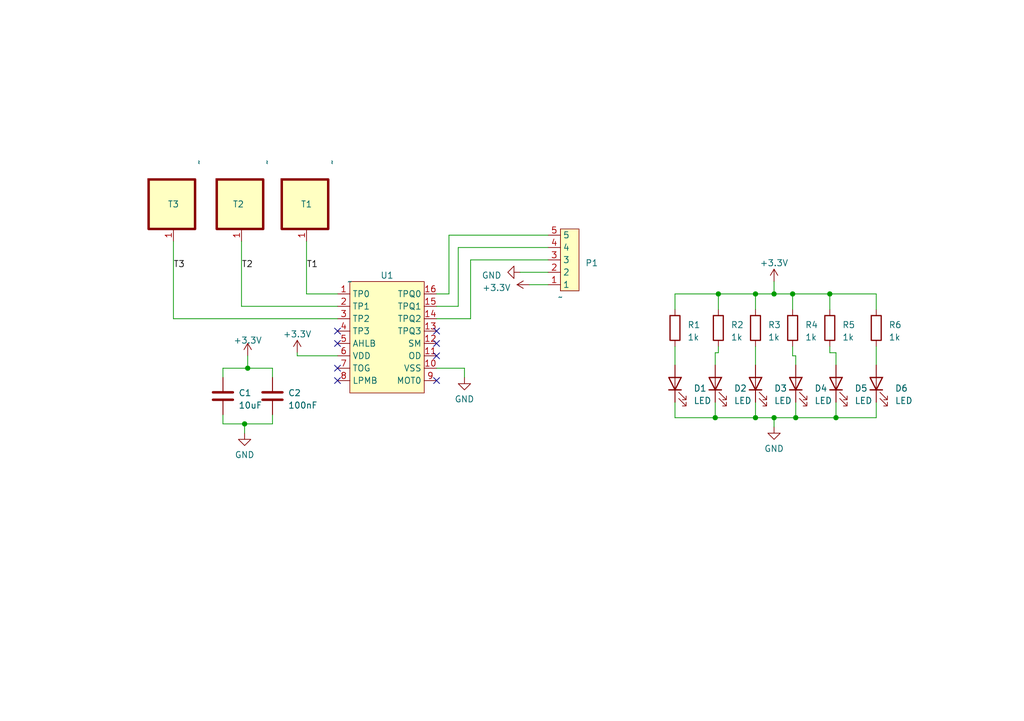
<source format=kicad_sch>
(kicad_sch (version 20230121) (generator eeschema)
  (paper "A5")
  (lib_symbols
    (symbol "Device:C" (pin_numbers hide) (pin_names (offset 0.254))
      (property "Reference" "C" (at 0.635 2.54 0))
      (property "Value" "C" (at 0.635 -2.54 0))
      (symbol "C_0_1"
        (polyline (pts (xy -2.032 -0.762) (xy 2.032 -0.762)) (stroke (width 0.508)))
        (polyline (pts (xy -2.032 0.762) (xy 2.032 0.762)) (stroke (width 0.508)))
      )
      (symbol "C_1_1"
        (pin passive line (at 0 3.81 270) (length 2.794) (name "~") (number "1"))
        (pin passive line (at 0 -3.81 90) (length 2.794) (name "~") (number "2"))
      )
    )
    (symbol "Device:LED" (pin_numbers hide) (pin_names (offset 1.016) hide)
      (property "Reference" "D" (at 0 2.54 0))
      (property "Value" "LED" (at 0 -2.54 0))
      (symbol "LED_0_1"
        (polyline (pts (xy -1.27 -1.27) (xy -1.27 1.27)) (stroke (width 0.254)))
        (polyline (pts (xy -1.27 0) (xy 1.27 0)))
        (polyline (pts (xy 1.27 -1.27) (xy 1.27 1.27) (xy -1.27 0) (xy 1.27 -1.27)) (stroke (width 0.254)))
        (polyline (pts (xy -3.048 -0.762) (xy -4.572 -2.286) (xy -3.81 -2.286) (xy -4.572 -2.286) (xy -4.572 -1.524)))
        (polyline (pts (xy -1.778 -0.762) (xy -3.302 -2.286) (xy -2.54 -2.286) (xy -3.302 -2.286) (xy -3.302 -1.524)))
      )
      (symbol "LED_1_1"
        (pin passive line (at -3.81 0 0) (length 2.54) (name "K") (number "1"))
        (pin passive line (at 3.81 0 180) (length 2.54) (name "A") (number "2"))
      )
    )
    (symbol "Device:R" (pin_numbers hide) (pin_names (offset 0))
      (property "Reference" "R" (at 2.032 0 90))
      (property "Value" "R" (at 0 0 90))
      (symbol "R_0_1"
        (rectangle (start -1.016 -2.54) (end 1.016 2.54) (stroke (width 0.254)))
      )
      (symbol "R_1_1"
        (pin passive line (at 0 3.81 270) (length 1.27) (name "~") (number "1"))
        (pin passive line (at 0 -3.81 90) (length 1.27) (name "~") (number "2"))
      )
    )
    (symbol "IVS_symbols:SOCKET_1x5"
      (property "Reference" "P?" (at 1.27 13.97 0))
      (symbol "SOCKET_1x5_1_1"
        (rectangle (start 0 12.7) (end 3.81 0) (fill (type background)))
        (pin bidirectional line (at 6.35 11.43 180) (length 2.54) (name "1") (number "1"))
        (pin bidirectional line (at 6.35 8.89 180) (length 2.54) (name "2") (number "2"))
        (pin bidirectional line (at 6.35 6.35 180) (length 2.54) (name "3") (number "3"))
        (pin bidirectional line (at 6.35 3.81 180) (length 2.54) (name "4") (number "4"))
        (pin bidirectional line (at 6.35 1.27 180) (length 2.54) (name "5") (number "5"))
      )
    )
    (symbol "IVS_symbols:TTP224N-BSB"
      (property "Reference" "U?" (at 2.54 25.4 0))
      (symbol "TTP224N-BSB_1_1"
        (rectangle (start 0 22.86) (end 15.24 0) (fill (type background)))
        (pin bidirectional line (at -2.54 20.32 0) (length 2.54) (name "TP0") (number "1"))
        (pin power_in line (at 17.78 5.08 180) (length 2.54) (name "VSS") (number "10"))
        (pin input line (at 17.78 7.62 180) (length 2.54) (name "OD") (number "11"))
        (pin input line (at 17.78 10.16 180) (length 2.54) (name "SM") (number "12"))
        (pin output line (at 17.78 12.7 180) (length 2.54) (name "TPQ3") (number "13"))
        (pin output line (at 17.78 15.24 180) (length 2.54) (name "TPQ2") (number "14"))
        (pin output line (at 17.78 17.78 180) (length 2.54) (name "TPQ1") (number "15"))
        (pin output line (at 17.78 20.32 180) (length 2.54) (name "TPQ0") (number "16"))
        (pin bidirectional line (at -2.54 17.78 0) (length 2.54) (name "TP1") (number "2"))
        (pin bidirectional line (at -2.54 15.24 0) (length 2.54) (name "TP2") (number "3"))
        (pin bidirectional line (at -2.54 12.7 0) (length 2.54) (name "TP3") (number "4"))
        (pin input line (at -2.54 10.16 0) (length 2.54) (name "AHLB") (number "5"))
        (pin power_in line (at -2.54 7.62 0) (length 2.54) (name "VDD") (number "6"))
        (pin input line (at -2.54 5.08 0) (length 2.54) (name "TOG") (number "7"))
        (pin input line (at -2.54 2.54 0) (length 2.54) (name "LPMB") (number "8"))
        (pin input line (at 17.78 2.54 180) (length 2.54) (name "MOT0") (number "9"))
      )
    )
    (symbol "IVS_symbols:TouchPad"
      (property "Reference" "T?" (at 4.826 4.826 0))
      (symbol "TouchPad_1_1"
        (rectangle (start 0 9.525) (end 10.16 0) (stroke (width 0.5)) (fill (type background)))
        (pin output line (at 12.7 5.08 180) (length 2.54) (name "") (number "1"))
      )
    )
    (symbol "power:+3.3V" (power) (pin_names (offset 0))
      (property "Value" "+3.3V" (at 0 3.556 0))
      (symbol "+3.3V_0_1"
        (polyline (pts (xy -0.762 1.27) (xy 0 2.54)))
        (polyline (pts (xy 0 0) (xy 0 2.54)))
        (polyline (pts (xy 0 2.54) (xy 0.762 1.27)))
      )
      (symbol "+3.3V_1_1"
        (pin power_in line (at 0 0 90) (length 0) hide (name "+3.3V") (number "1"))
      )
    )
    (symbol "power:GND" (power) (pin_names (offset 0))
      (property "Value" "GND" (at 0 -3.81 0))
      (symbol "GND_0_1"
        (polyline (pts (xy 0 0) (xy 0 -1.27) (xy 1.27 -1.27) (xy 0 -2.54) (xy -1.27 -1.27) (xy 0 -1.27)))
      )
      (symbol "GND_1_1"
        (pin power_in line (at 0 0 270) (length 0) hide (name "GND") (number "1"))
      )
    )
  )
  (junction (at 50.165 86.995))
  (junction (at 50.8 75.565))
  (junction (at 170.18 60.325))
  (junction (at 146.685 85.725))
  (junction (at 162.56 60.325))
  (junction (at 154.94 60.325))
  (junction (at 163.195 85.725))
  (junction (at 147.32 60.325))
  (junction (at 158.75 85.725))
  (junction (at 171.45 85.725))
  (junction (at 154.94 85.725))
  (junction (at 158.75 60.325))
  (no_connect (at 89.535 67.945))
  (no_connect (at 69.215 70.485))
  (no_connect (at 89.535 78.105))
  (no_connect (at 69.215 67.945))
  (no_connect (at 69.215 78.105))
  (no_connect (at 69.215 75.565))
  (no_connect (at 89.535 73.025))
  (no_connect (at 89.535 70.485))
  (wire (pts (xy 163.195 85.725) (xy 158.75 85.725)))
  (wire (pts (xy 45.72 77.47) (xy 45.72 75.565)))
  (wire (pts (xy 60.96 73.025) (xy 60.96 72.39)))
  (wire (pts (xy 106.68 55.88) (xy 112.395 55.88)))
  (wire (pts (xy 163.195 73.025) (xy 163.195 74.93)))
  (wire (pts (xy 45.72 75.565) (xy 50.8 75.565)))
  (wire (pts (xy 96.52 53.34) (xy 96.52 65.405)))
  (wire (pts (xy 158.75 85.725) (xy 154.94 85.725)))
  (wire (pts (xy 146.685 82.55) (xy 146.685 85.725)))
  (wire (pts (xy 179.705 82.55) (xy 179.705 85.725)))
  (wire (pts (xy 147.32 60.325) (xy 154.94 60.325)))
  (wire (pts (xy 171.45 72.39) (xy 171.45 74.93)))
  (wire (pts (xy 92.075 60.325) (xy 92.075 48.26)))
  (wire (pts (xy 179.705 63.5) (xy 179.705 60.325)))
  (wire (pts (xy 95.25 75.565) (xy 95.25 77.47)))
  (wire (pts (xy 60.96 73.025) (xy 69.215 73.025)))
  (wire (pts (xy 45.72 86.995) (xy 50.165 86.995)))
  (wire (pts (xy 50.165 86.995) (xy 50.165 88.9)))
  (wire (pts (xy 89.535 60.325) (xy 92.075 60.325)))
  (wire (pts (xy 112.395 53.34) (xy 96.52 53.34)))
  (wire (pts (xy 163.195 85.725) (xy 171.45 85.725)))
  (wire (pts (xy 35.56 49.53) (xy 35.56 65.405)))
  (wire (pts (xy 55.88 86.995) (xy 50.165 86.995)))
  (wire (pts (xy 96.52 65.405) (xy 89.535 65.405)))
  (wire (pts (xy 154.94 60.325) (xy 154.94 63.5)))
  (wire (pts (xy 170.18 60.325) (xy 179.705 60.325)))
  (wire (pts (xy 49.53 62.865) (xy 69.215 62.865)))
  (wire (pts (xy 179.705 85.725) (xy 171.45 85.725)))
  (wire (pts (xy 35.56 65.405) (xy 69.215 65.405)))
  (wire (pts (xy 163.195 82.55) (xy 163.195 85.725)))
  (wire (pts (xy 50.8 73.025) (xy 50.8 75.565)))
  (wire (pts (xy 179.705 71.12) (xy 179.705 74.93)))
  (wire (pts (xy 49.53 49.53) (xy 49.53 62.865)))
  (wire (pts (xy 92.075 48.26) (xy 112.395 48.26)))
  (wire (pts (xy 170.18 72.39) (xy 171.45 72.39)))
  (wire (pts (xy 158.75 60.325) (xy 158.75 57.785)))
  (wire (pts (xy 146.685 85.725) (xy 154.94 85.725)))
  (wire (pts (xy 93.98 50.8) (xy 93.98 62.865)))
  (wire (pts (xy 55.88 85.09) (xy 55.88 86.995)))
  (wire (pts (xy 62.865 60.325) (xy 69.215 60.325)))
  (wire (pts (xy 45.72 85.09) (xy 45.72 86.995)))
  (wire (pts (xy 170.18 60.325) (xy 170.18 63.5)))
  (wire (pts (xy 55.88 77.47) (xy 55.88 75.565)))
  (wire (pts (xy 89.535 75.565) (xy 95.25 75.565)))
  (wire (pts (xy 171.45 82.55) (xy 171.45 85.725)))
  (wire (pts (xy 93.98 62.865) (xy 89.535 62.865)))
  (wire (pts (xy 55.88 75.565) (xy 50.8 75.565)))
  (wire (pts (xy 170.18 71.12) (xy 170.18 72.39)))
  (wire (pts (xy 138.43 63.5) (xy 138.43 60.325)))
  (wire (pts (xy 147.32 71.12) (xy 147.32 72.39)))
  (wire (pts (xy 138.43 85.725) (xy 146.685 85.725)))
  (wire (pts (xy 112.395 50.8) (xy 93.98 50.8)))
  (wire (pts (xy 154.94 60.325) (xy 158.75 60.325)))
  (wire (pts (xy 154.94 82.55) (xy 154.94 85.725)))
  (wire (pts (xy 158.75 60.325) (xy 162.56 60.325)))
  (wire (pts (xy 162.56 63.5) (xy 162.56 60.325)))
  (wire (pts (xy 112.395 58.42) (xy 108.585 58.42)))
  (wire (pts (xy 138.43 82.55) (xy 138.43 85.725)))
  (wire (pts (xy 138.43 60.325) (xy 147.32 60.325)))
  (wire (pts (xy 147.32 72.39) (xy 146.685 72.39)))
  (wire (pts (xy 147.32 63.5) (xy 147.32 60.325)))
  (wire (pts (xy 146.685 72.39) (xy 146.685 74.93)))
  (wire (pts (xy 154.94 71.12) (xy 154.94 74.93)))
  (wire (pts (xy 158.75 85.725) (xy 158.75 87.63)))
  (wire (pts (xy 138.43 71.12) (xy 138.43 74.93)))
  (wire (pts (xy 62.865 49.53) (xy 62.865 60.325)))
  (wire (pts (xy 162.56 60.325) (xy 170.18 60.325)))
  (wire (pts (xy 162.56 73.025) (xy 163.195 73.025)))
  (wire (pts (xy 162.56 71.12) (xy 162.56 73.025)))
  (label "T2" (at 49.53 55.245 0))
  (label "T3" (at 35.56 55.245 0))
  (label "T1" (at 62.865 55.245 0))
  (symbol (lib_id "Device:R") (at 170.18 67.31 0) (unit 1)
    (property "Reference" "R5" (at 172.72 66.675 0) (effects (justify left)))
    (property "Value" "1k" (at 172.72 69.215 0) (effects (justify left)))
    (property "Footprint" "IVS_footprints:R_0603" (effects hide))
  )
  (symbol (lib_id "Device:LED") (at 138.43 78.74 90) (unit 1)
    (property "Reference" "D1" (at 142.24 79.6925 90) (effects (justify right)))
    (property "Value" "LED" (at 142.24 82.2325 90) (effects (justify right)))
    (property "Footprint" "IVS_footprints:LED_0805_ReverseMount_Hole1.8x2mm" (effects hide))
  )
  (symbol (lib_id "Device:R") (at 162.56 67.31 0) (unit 1)
    (property "Reference" "R4" (at 165.1 66.675 0) (effects (justify left)))
    (property "Value" "1k" (at 165.1 69.215 0) (effects (justify left)))
    (property "Footprint" "IVS_footprints:R_0603" (effects hide))
  )
  (symbol (lib_id "Device:C") (at 45.72 81.28 0) (unit 1)
    (property "Reference" "C1" (at 48.895 80.645 0) (effects (justify left)))
    (property "Value" "10uF" (at 48.895 83.185 0) (effects (justify left)))
    (property "Footprint" "IVS_footprints:C_0603" (effects hide))
  )
  (symbol (lib_id "Device:LED") (at 154.94 78.74 90) (unit 1)
    (property "Reference" "D3" (at 158.75 79.6925 90) (effects (justify right)))
    (property "Value" "LED" (at 158.75 82.2325 90) (effects (justify right)))
    (property "Footprint" "IVS_footprints:LED_0805_ReverseMount_Hole1.8x2mm" (effects hide))
  )
  (symbol (lib_id "Device:LED") (at 163.195 78.74 90) (unit 1)
    (property "Reference" "D4" (at 167.005 79.6925 90) (effects (justify right)))
    (property "Value" "LED" (at 167.005 82.2325 90) (effects (justify right)))
    (property "Footprint" "IVS_footprints:LED_0805_ReverseMount_Hole1.8x2mm" (effects hide))
  )
  (symbol (lib_id "IVS_symbols:TouchPad") (at 44.45 36.83 270) (unit 1)
    (property "Reference" "T2" (at 48.895 41.91 90))
    (property "Value" "~" (at 54.737 33.274 0))
    (property "Footprint" "IVS_footprints:TouchPad_12x12mm" (effects hide))
  )
  (symbol (lib_id "power:GND") (at 95.25 77.47 0) (unit 1)
    (property "Reference" "#PWR04" (effects hide))
    (property "Value" "GND" (at 95.25 81.915 0))
  )
  (symbol (lib_id "Device:R") (at 147.32 67.31 0) (unit 1)
    (property "Reference" "R2" (at 149.86 66.675 0) (effects (justify left)))
    (property "Value" "1k" (at 149.86 69.215 0) (effects (justify left)))
    (property "Footprint" "IVS_footprints:R_0603" (effects hide))
  )
  (symbol (lib_id "power:GND") (at 50.165 88.9 0) (unit 1)
    (property "Reference" "#PWR01" (effects hide))
    (property "Value" "GND" (at 50.165 93.345 0))
  )
  (symbol (lib_id "Device:R") (at 154.94 67.31 0) (unit 1)
    (property "Reference" "R3" (at 157.48 66.675 0) (effects (justify left)))
    (property "Value" "1k" (at 157.48 69.215 0) (effects (justify left)))
    (property "Footprint" "IVS_footprints:R_0603" (effects hide))
  )
  (symbol (lib_id "Device:R") (at 179.705 67.31 0) (unit 1)
    (property "Reference" "R6" (at 182.245 66.675 0) (effects (justify left)))
    (property "Value" "1k" (at 182.245 69.215 0) (effects (justify left)))
    (property "Footprint" "IVS_footprints:R_0603" (effects hide))
  )
  (symbol (lib_id "power:+3.3V") (at 60.96 72.39 0) (unit 1)
    (property "Reference" "#PWR05" (effects hide))
    (property "Value" "+3.3V" (at 60.96 68.58 0))
  )
  (symbol (lib_id "Device:LED") (at 171.45 78.74 90) (unit 1)
    (property "Reference" "D5" (at 175.26 79.6925 90) (effects (justify right)))
    (property "Value" "LED" (at 175.26 82.2325 90) (effects (justify right)))
    (property "Footprint" "IVS_footprints:LED_0805_ReverseMount_Hole1.8x2mm" (effects hide))
  )
  (symbol (lib_id "IVS_symbols:TouchPad") (at 57.785 36.83 270) (unit 1)
    (property "Reference" "T1" (at 62.865 41.91 90))
    (property "Value" "~" (at 68.072 33.274 0))
    (property "Footprint" "IVS_footprints:TouchPad_12x12mm" (effects hide))
  )
  (symbol (lib_id "Device:LED") (at 146.685 78.74 90) (unit 1)
    (property "Reference" "D2" (at 150.495 79.6925 90) (effects (justify right)))
    (property "Value" "LED" (at 150.495 82.2325 90) (effects (justify right)))
    (property "Footprint" "IVS_footprints:LED_0805_ReverseMount_Hole1.8x2mm" (effects hide))
  )
  (symbol (lib_id "IVS_symbols:TouchPad") (at 30.48 36.83 270) (unit 1)
    (property "Reference" "T3" (at 35.56 41.91 90))
    (property "Value" "~" (at 40.767 33.274 0))
    (property "Footprint" "IVS_footprints:TouchPad_12x12mm" (effects hide))
  )
  (symbol (lib_id "power:GND") (at 158.75 87.63 0) (unit 1)
    (property "Reference" "#PWR08" (effects hide))
    (property "Value" "GND" (at 158.75 92.075 0))
  )
  (symbol (lib_id "Device:C") (at 55.88 81.28 0) (unit 1)
    (property "Reference" "C2" (at 59.055 80.645 0) (effects (justify left)))
    (property "Value" "100nF" (at 59.055 83.185 0) (effects (justify left)))
    (property "Footprint" "IVS_footprints:C_0603" (effects hide))
  )
  (symbol (lib_id "power:+3.3V") (at 108.585 58.42 90) (unit 1)
    (property "Reference" "#PWR07" (effects hide))
    (property "Value" "+3.3V" (at 104.775 59.055 90) (effects (justify left)))
  )
  (symbol (lib_id "IVS_symbols:SOCKET_1x5") (at 118.745 46.99 180) (unit 1)
    (property "Reference" "P1" (at 120.015 53.975 0) (effects (justify right)))
    (property "Value" "~" (at 114.935 60.96 0))
    (property "Footprint" "IVS_footprints:JST_SH_SM05B-SRSS-TB_1x05-1MP_P1.00mm_Horizontal" (effects hide))
  )
  (symbol (lib_id "Device:LED") (at 179.705 78.74 90) (unit 1)
    (property "Reference" "D6" (at 183.515 79.6925 90) (effects (justify right)))
    (property "Value" "LED" (at 183.515 82.2325 90) (effects (justify right)))
    (property "Footprint" "IVS_footprints:LED_0805_ReverseMount_Hole1.8x2mm" (effects hide))
  )
  (symbol (lib_id "power:+3.3V") (at 158.75 57.785 0) (unit 1)
    (property "Reference" "#PWR09" (effects hide))
    (property "Value" "+3.3V" (at 158.75 53.975 0))
  )
  (symbol (lib_id "power:GND") (at 106.68 55.88 270) (unit 1)
    (property "Reference" "#PWR06" (effects hide))
    (property "Value" "GND" (at 102.87 56.515 90) (effects (justify right)))
  )
  (symbol (lib_id "IVS_symbols:TTP224N-BSB") (at 71.755 80.645 0) (unit 1)
    (property "Reference" "U1" (at 79.375 56.515 0))
    (property "Value" "~" (at 71.755 57.785 0))
    (property "Footprint" "IVS_footprints:SSOP-16" (effects hide))
  )
  (symbol (lib_id "Device:R") (at 138.43 67.31 0) (unit 1)
    (property "Reference" "R1" (at 140.97 66.675 0) (effects (justify left)))
    (property "Value" "1k" (at 140.97 69.215 0) (effects (justify left)))
    (property "Footprint" "IVS_footprints:R_0603" (effects hide))
  )
  (symbol (lib_id "power:+3.3V") (at 50.8 73.025 0) (unit 1)
    (property "Reference" "#PWR02" (effects hide))
    (property "Value" "+3.3V" (at 50.8 69.85 0))
  )
)
</source>
